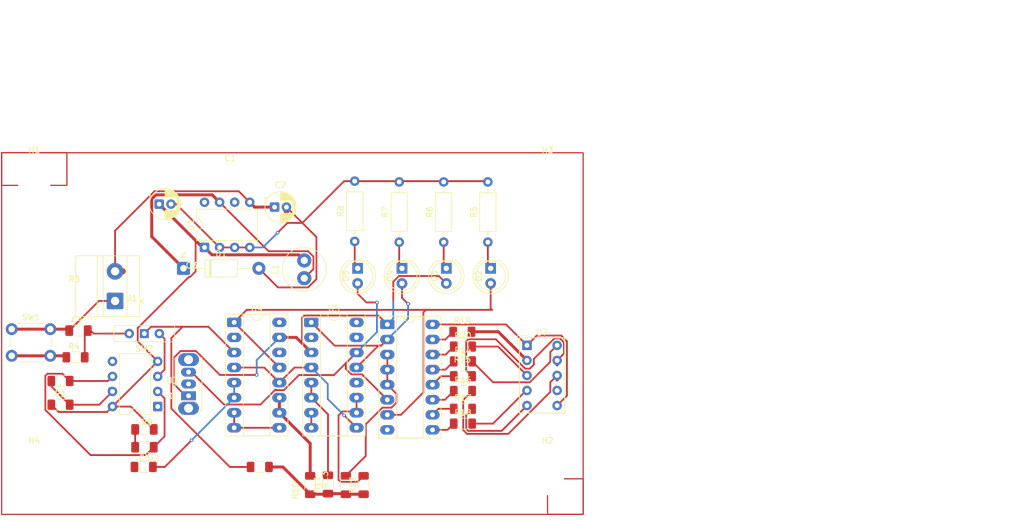
<source format=kicad_pcb>
(kicad_pcb (version 20241229) (generator "pcbnew") (generator_version "9.0")
  (layers (0 "F.Cu" signal) (2 "B.Cu" signal) (13 "F.Paste" user) (15 "B.Paste" user) (5 "F.SilkS" user "F.Silkscreen") (7 "B.SilkS" user "B.Silkscreen") (1 "F.Mask" user) (3 "B.Mask" user) (25 "Edge.Cuts" user))
  (net 0 "")
  (net 1 "GND")
  (net 2 "VDD")
  (net 3 "+5V")
  (net 4 "Net-(U2-DIS)")
  (net 5 "Net-(U2-THR)")
  (net 6 "CLOCK")
  (net 7 "Net-(R4-Pad1)")
  (net 8 "Net-(SW2-A)")
  (net 9 "Net-(D3-K)")
  (net 10 "Net-(U6-g)")
  (net 11 "Net-(U7-G)")
  (net 12 "Net-(U6-f)")
  (net 13 "Net-(U7-F)")
  (net 14 "Net-(U6-e)")
  (net 15 "Net-(U7-E)")
  (net 16 "Net-(U7-D)")
  (net 17 "Net-(U6-d)")
  (net 18 "Net-(D4-K)")
  (net 19 "Net-(U6-c)")
  (net 20 "Net-(U7-C)")
  (net 21 "Net-(U6-b)")
  (net 22 "Net-(U7-B)")
  (net 23 "Net-(U6-a)")
  (net 24 "Net-(U7-A)")
  (net 25 "Net-(U6-BI)")
  (net 26 "Net-(U5B-J)")
  (net 27 "Net-(U5A-J)")
  (net 28 "Net-(U4B-J)")
  (net 29 "Net-(U4A-J)")
  (net 30 "Net-(D5-K)")
  (net 31 "Net-(D2-K)")
  (net 32 "Net-(D1-K)")
  (net 36 "555")
  (net 37 "Q0")
  (net 38 "RESET")
  (net 41 "Q1")
  (net 42 "Q3")
  (net 43 "Q2")
  (footprint "Resistor_SMD:R_1206_3216Metric_Pad1.30x1.75mm_HandSolder" (layer "F.Cu") (at 120.5 75.5 180)
    (property "Reference" "R3")
    (property "Value" "10k")
  )
  (footprint "Capacitor_SMD:C_1206_3216Metric_Pad1.33x1.80mm_HandSolder" (layer "F.Cu") (at 89.95 52.5)
    (property "Reference" "C4")
    (property "Value" "1u")
  )
  (footprint "Resistor_SMD:R_1206_3216Metric_Pad1.30x1.75mm_HandSolder" (layer "F.Cu") (at 154.74 60.19)
    (property "Reference" "R15")
    (property "Value" "2k")
  )
  (footprint "TerminalBlock_MetzConnect:TerminalBlock_MetzConnect_Type011_RT05502HBLC_1x02_P5.00mm_Horizontal" (layer "F.Cu") (at 96.1175 47.5 90)
    (property "Reference" "J1")
    (property "Value" "Screw_Terminal_01x02")
  )
  (footprint "MountingHole:MountingHole_5.5mm" (layer "F.Cu") (at 82.5 28.5)
    (property "Reference" "H1")
    (property "Value" "MountingHole")
  )
  (footprint "MountingHole:MountingHole_5.5mm" (layer "F.Cu") (at 169 28.5)
    (property "Reference" "H3")
    (property "Value" "MountingHole")
  )
  (footprint "LED_THT:LED_D5.0mm" (layer "F.Cu") (at 137 42 -90)
    (property "Reference" "D5")
    (property "Value" "LED")
  )
  (footprint "Capacitor_THT:CP_Radial_D5.0mm_P2.00mm" (layer "F.Cu") (at 123 31.665)
    (property "Reference" "C2")
    (property "Value" "22u" (hide yes))
  )
  (footprint "Package_DIP:DIP-8_W7.62mm" (layer "F.Cu") (at 111.19 38.47 90)
    (property "Reference" "U1")
    (property "Value" "LM2574N-5")
  )
  (footprint "Resistor_SMD:R_1206_3216Metric_Pad1.30x1.75mm_HandSolder" (layer "F.Cu") (at 86.92 65)
    (property "Reference" "R1")
    (property "Value" "47k")
  )
  (footprint "Button_Switch_THT:SW_Slide-03_Wuerth-WS-SLTV_10x2.5x6.4_P2.54mm" (layer "F.Cu") (at 101.04 53 180)
    (property "Reference" "SW2")
    (property "Value" "SW_Wuerth_450301014042")
  )
  (footprint "Resistor_SMD:R_1206_3216Metric_Pad1.30x1.75mm_HandSolder" (layer "F.Cu") (at 86.92 61)
    (property "Reference" "R2" (hide yes))
    (property "Value" "47k")
  )
  (footprint "Resistor_THT:R_Axial_DIN0207_L6.3mm_D2.5mm_P10.16mm_Horizontal" (layer "F.Cu") (at 151.5 37.58 90)
    (property "Reference" "R6")
    (property "Value" "4K7")
  )
  (footprint "Diode_THT:D_DO-41_SOD81_P12.70mm_Horizontal" (layer "F.Cu") (at 107.65 42)
    (property "Reference" "D1")
    (property "Value" "11DQ06")
  )
  (footprint "LED_THT:LED_D5.0mm" (layer "F.Cu") (at 151.94 42 -90)
    (property "Reference" "D3")
    (property "Value" "LED")
  )
  (footprint "Resistor_SMD:R_1206_3216Metric_Pad1.30x1.75mm_HandSolder" (layer "F.Cu") (at 154.74 55.19)
    (property "Reference" "R20")
    (property "Value" "2k")
  )
  (footprint "MountingHole:MountingHole_5.5mm" (layer "F.Cu") (at 82.5 77.5)
    (property "Reference" "H4")
    (property "Value" "MountingHole")
  )
  (footprint "Capacitor_SMD:C_1206_3216Metric_Pad1.33x1.80mm_HandSolder" (layer "F.Cu") (at 101.0625 72.17 180)
    (property "Reference" "C5")
    (property "Value" "10u")
  )
  (footprint "Resistor_SMD:R_1206_3216Metric_Pad1.30x1.75mm_HandSolder" (layer "F.Cu") (at 129 78.55 90)
    (property "Reference" "R10")
    (property "Value" "10k")
  )
  (footprint "Resistor_THT:R_Axial_DIN0207_L6.3mm_D2.5mm_P10.16mm_Horizontal" (layer "F.Cu") (at 144 37.58 90)
    (property "Reference" "R7")
    (property "Value" "4K7")
  )
  (footprint "Resistor_SMD:R_1206_3216Metric_Pad1.30x1.75mm_HandSolder" (layer "F.Cu") (at 100.9375 75.5)
    (property "Reference" "R9")
    (property "Value" "10k")
  )
  (footprint "Resistor_THT:R_Axial_DIN0207_L6.3mm_D2.5mm_P10.16mm_Horizontal" (layer "F.Cu") (at 136.5 37.45 90)
    (property "Reference" "R8")
    (property "Value" "4K7")
  )
  (footprint "Button_Switch_THT:SW_PUSH_6mm_H4.3mm" (layer "F.Cu") (at 78.7 52.25)
    (property "Reference" "SW1")
    (property "Value" "SW_Push")
  )
  (footprint "Resistor_SMD:R_1206_3216Metric_Pad1.30x1.75mm_HandSolder" (layer "F.Cu") (at 154.64 52.69)
    (property "Reference" "R19")
    (property "Value" "2k")
  )
  (footprint "Button_Switch_THT:SW_Slide_SPDT_Straight_CK_OS102011MS2Q" (layer "F.Cu") (at 108.5 63.5 90)
    (property "Reference" "U3")
    (property "Value" "SN74LVC1G11")
  )
  (footprint "Display_7Segment:HDSP-7401" (layer "F.Cu") (at 165.5325 54.9825)
    (property "Reference" "U7")
    (property "Value" "FYS-3911BUHR-21" (hide yes))
  )
  (footprint "Package_DIP:DIP-16_W7.62mm_Socket_LongPads" (layer "F.Cu") (at 116.19 51.11)
    (property "Reference" "U4")
    (property "Value" "4027" (hide yes))
  )
  (footprint "Resistor_SMD:R_1206_3216Metric_Pad1.30x1.75mm_HandSolder" (layer "F.Cu") (at 154.74 62.69)
    (property "Reference" "R16")
    (property "Value" "2k")
  )
  (footprint "Resistor_SMD:R_1206_3216Metric_Pad1.30x1.75mm_HandSolder" (layer "F.Cu") (at 154.74 65.69)
    (property "Reference" "R17")
    (property "Value" "2k")
  )
  (footprint "Capacitor_THT:CP_Radial_D5.0mm_P2.00mm" (layer "F.Cu") (at 103.544888 31.165)
    (property "Reference" "C1")
    (property "Value" "220u")
  )
  (footprint "Package_DIP:DIP-8_W7.62mm" (layer "F.Cu") (at 103.305 65.31 180)
    (property "Reference" "U2")
    (property "Value" "NE555P")
  )
  (footprint "Resistor_SMD:R_1206_3216Metric_Pad1.30x1.75mm_HandSolder" (layer "F.Cu") (at 135 78.55 90)
    (property "Reference" "R13")
    (property "Value" "R")
  )
  (footprint "Capacitor_SMD:C_1206_3216Metric_Pad1.33x1.80mm_HandSolder" (layer "F.Cu") (at 101.0625 69.17 180)
    (property "Reference" "C3")
    (property "Value" "100n")
  )
  (footprint "LED_THT:LED_D5.0mm" (layer "F.Cu") (at 144.47 42 -90)
    (property "Reference" "D4")
    (property "Value" "LED")
  )
  (footprint "Resistor_SMD:R_1206_3216Metric_Pad1.30x1.75mm_HandSolder" (layer "F.Cu") (at 138 78.55 90)
    (property "Reference" "R12")
    (property "Value" "10k")
  )
  (footprint "Inductor_THT:L_Radial_D7.2mm_P3.00mm_Murata_1700" (layer "F.Cu") (at 128 43.665 90)
    (property "Reference" "L1")
    (property "Value" "330u")
  )
  (footprint "Resistor_SMD:R_1206_3216Metric_Pad1.30x1.75mm_HandSolder" (layer "F.Cu") (at 154.74 68.19)
    (property "Reference" "R18")
    (property "Value" "2k")
  )
  (footprint "Resistor_SMD:R_1206_3216Metric_Pad1.30x1.75mm_HandSolder" (layer "F.Cu") (at 154.74 57.69)
    (property "Reference" "R14")
    (property "Value" "2k")
  )
  (footprint "Resistor_SMD:R_1206_3216Metric_Pad1.30x1.75mm_HandSolder" (layer "F.Cu") (at 89.45 57)
    (property "Reference" "R4")
    (property "Value" "2k")
  )
  (footprint "LED_THT:LED_D5.0mm" (layer "F.Cu") (at 159.41 42 -90)
    (property "Reference" "D2")
    (property "Value" "LED")
  )
  (footprint "Package_DIP:DIP-16_W7.62mm_Socket_LongPads" (layer "F.Cu") (at 142 51.46)
    (property "Reference" "U6" (hide yes))
    (property "Value" "74LS47")
  )
  (footprint "Package_DIP:DIP-16_W7.62mm_Socket_LongPads" (layer "F.Cu") (at 129.19 51.11)
    (property "Reference" "U5")
    (property "Value" "4027")
  )
  (footprint "Resistor_THT:R_Axial_DIN0207_L6.3mm_D2.5mm_P10.16mm_Horizontal" (layer "F.Cu") (at 158.94 37.58 90)
    (property "Reference" "R5")
    (property "Value" "4K7")
  )
  (footprint "Resistor_SMD:R_1206_3216Metric_Pad1.30x1.75mm_HandSolder" (layer "F.Cu") (at 132 78.45 90)
    (property "Reference" "R11")
    (property "Value" "10k")
  )
  (footprint "MountingHole:MountingHole_5.5mm" (layer "F.Cu") (at 169 77.5)
    (property "Reference" "H2")
    (property "Value" "MountingHole")
  )
  (gr_rect (start 77 22.5) (end 88 28) (stroke (width 0.2)) (fill no) (layer "F.Cu"))
  (gr_rect (start 169 77.5) (end 175 83.5) (stroke (width 0.2)) (fill no) (layer "F.Cu"))
  (gr_rect (start 77 22.5) (end 175 83.5) (stroke (width 0.2)) (fill no) (layer "F.Cu"))
  (segment (start 127.6675 34.3325) (end 125.1675 34.3325) (width 0.3) (layer "F.Cu") (net 1))
  (segment (start 88.1375 52.25) (end 88.3875 52.5) (width 0.5) (layer "F.Cu") (net 1))
  (segment (start 136.5 27.29) (end 134.71 27.29) (width 0.3) (layer "F.Cu") (net 1))
  (segment (start 130.052 36.717) (end 127.6675 34.3325) (width 0.3) (layer "F.Cu") (net 1))
  (segment (start 113.73 38.47) (end 106.425 31.165) (width 0.3) (layer "F.Cu") (net 1))
  (segment (start 116.19 66.35) (end 116.19 68.89) (width 0.3) (layer "F.Cu") (net 1))
  (segment (start 134.71 27.29) (end 127.6675 34.3325) (width 0.3) (layer "F.Cu") (net 1))
  (segment (start 128.642446 45.216) (end 130.052 43.806446) (width 0.3) (layer "F.Cu") (net 1))
  (segment (start 85.45 52.5) (end 85.2 52.25) (width 1) (layer "F.Cu") (net 1))
  (segment (start 125 31.665) (end 125 32.28) (width 1) (layer "F.Cu") (net 1))
  (segment (start 125.1675 34.3325) (end 123.5 36) (width 0.3) (layer "F.Cu") (net 1))
  (segment (start 123.566 45.216) (end 128.642446 45.216) (width 0.3) (layer "F.Cu") (net 1))
  (segment (start 106.425 31.165) (end 105.544888 31.165) (width 0.3) (layer "F.Cu") (net 1))
  (segment (start 120.35 42) (end 123.566 45.216) (width 0.3) (layer "F.Cu") (net 1))
  (segment (start 99.5 72.17) (end 99.5 69.17) (width 0.3) (layer "F.Cu") (net 1))
  (segment (start 118.81 38.47) (end 113.73 38.47) (width 0.3) (layer "F.Cu") (net 1))
  (segment (start 129.19 66.35) (end 129.19 68.89) (width 0.3) (layer "F.Cu") (net 1))
  (segment (start 85.2 52.25) (end 78.7 52.25) (width 0.5) (layer "F.Cu") (net 1))
  (segment (start 85.2 52.25) (end 88.1375 52.25) (width 0.5) (layer "F.Cu") (net 1))
  (segment (start 88.3875 52.5) (end 93.3875 47.5) (width 0.3) (layer "F.Cu") (net 1))
  (segment (start 127.6675 34.3325) (end 125 31.665) (width 0.3) (layer "F.Cu") (net 1))
  (segment (start 158.81 27.29) (end 158.94 27.42) (width 0.3) (layer "F.Cu") (net 1))
  (segment (start 93.3875 47.5) (end 96.1175 47.5) (width 0.3) (layer "F.Cu") (net 1))
  (segment (start 123.81 68.89) (end 116.19 68.89) (width 0.3) (layer "F.Cu") (net 1))
  (segment (start 130.052 43.806446) (end 130.052 36.717) (width 0.3) (layer "F.Cu") (net 1))
  (segment (start 136.5 27.29) (end 158.81 27.29) (width 0.3) (layer "F.Cu") (net 1))
  (via (at 123.5 36) (size 0.6) (drill 0.3) (layers "F.Cu" "B.Cu") (net 1))
  (segment (start 123.5 36) (end 121.03 38.47) (width 0.3) (layer "B.Cu") (net 1))
  (segment (start 121.03 38.47) (end 118.81 38.47) (width 0.3) (layer "B.Cu") (net 1))
  (segment (start 123 31.665) (end 119.625 31.665) (width 0.5) (layer "F.Cu") (net 2))
  (segment (start 119.625 31.665) (end 118.81 30.85) (width 0.5) (layer "F.Cu") (net 2))
  (segment (start 96.1175 42.5) (end 97.417265 42.5) (width 1) (layer "F.Cu") (net 2))
  (segment (start 116.958 28.998) (end 102.763654 28.998) (width 0.3) (layer "F.Cu") (net 2))
  (segment (start 118.81 30.85) (end 116.958 28.998) (width 0.3) (layer "F.Cu") (net 2))
  (segment (start 96.1175 35.644154) (end 96.1175 42.5) (width 0.3) (layer "F.Cu") (net 2))
  (segment (start 102.763654 28.998) (end 96.1175 35.644154) (width 0.3) (layer "F.Cu") (net 2))
  (segment (start 112.441 39.721) (end 111.19 38.47) (width 0.5) (layer "F.Cu") (net 3))
  (segment (start 124.4 75.5) (end 129 80.1) (width 0.5) (layer "F.Cu") (net 3))
  (segment (start 138 80.1) (end 135 80.1) (width 0.5) (layer "F.Cu") (net 3))
  (segment (start 162.01 51.46) (end 149.62 51.46) (width 0.3) (layer "F.Cu") (net 3))
  (segment (start 132 80) (end 134.9 80) (width 0.5) (layer "F.Cu") (net 3))
  (segment (start 108.549 43.451) (end 108.75587 43.451) (width 0.3) (layer "F.Cu") (net 3))
  (segment (start 99.939 54.324) (end 99.939 52.061) (width 0.3) (layer "F.Cu") (net 3))
  (segment (start 122.05 75.5) (end 124.4 75.5) (width 0.5) (layer "F.Cu") (net 3))
  (segment (start 127.056 39.721) (end 112.441 39.721) (width 0.5) (layer "F.Cu") (net 3))
  (segment (start 165.5325 54.9825) (end 162.01 51.46) (width 0.3) (layer "F.Cu") (net 3))
  (segment (start 85.37 65) (end 86.596 66.226) (width 0.3) (layer "F.Cu") (net 3))
  (segment (start 129 80.1) (end 131.9 80.1) (width 0.5) (layer "F.Cu") (net 3))
  (segment (start 86.596 66.226) (end 94.769 66.226) (width 0.3) (layer "F.Cu") (net 3))
  (segment (start 108.75587 43.451) (end 109.689944 42.516926) (width 0.3) (layer "F.Cu") (net 3))
  (segment (start 134.9 80) (end 135 80.1) (width 0.5) (layer "F.Cu") (net 3))
  (segment (start 103.305 57.69) (end 95.685 65.31) (width 0.3) (layer "F.Cu") (net 3))
  (segment (start 102.625 69.17) (end 98.765 65.31) (width 0.3) (layer "F.Cu") (net 3))
  (segment (start 167.1845 53.3305) (end 165.5325 54.9825) (width 0.3) (layer "F.Cu") (net 3))
  (segment (start 99.939 52.061) (end 108.549 43.451) (width 0.3) (layer "F.Cu") (net 3))
  (segment (start 131.9 80.1) (end 132 80) (width 0.5) (layer "F.Cu") (net 3))
  (segment (start 171.29678 53.3305) (end 167.1845 53.3305) (width 0.3) (layer "F.Cu") (net 3))
  (segment (start 128 40.665) (end 127.056 39.721) (width 0.5) (layer "F.Cu") (net 3))
  (segment (start 172.2645 63.4905) (end 172.2645 54.298219) (width 0.3) (layer "F.Cu") (net 3))
  (segment (start 111.19 38.47) (end 110.849888 38.47) (width 0.5) (layer "F.Cu") (net 3))
  (segment (start 109.689944 42.516926) (end 109.689944 37.310056) (width 0.3) (layer "F.Cu") (net 3))
  (segment (start 172.2645 54.298219) (end 171.29678 53.3305) (width 0.3) (layer "F.Cu") (net 3))
  (segment (start 109.689944 37.310056) (end 103.544888 31.165) (width 0.5) (layer "F.Cu") (net 3))
  (segment (start 98.765 65.31) (end 95.685 65.31) (width 0.3) (layer "F.Cu") (net 3))
  (segment (start 94.769 66.226) (end 95.685 65.31) (width 0.3) (layer "F.Cu") (net 3))
  (segment (start 110.849888 38.47) (end 109.689944 37.310056) (width 0.5) (layer "F.Cu") (net 3))
  (segment (start 170.6125 65.1425) (end 172.2645 63.4905) (width 0.3) (layer "F.Cu") (net 3))
  (segment (start 103.305 57.69) (end 99.939 54.324) (width 0.3) (layer "F.Cu") (net 3))
  (segment (start 85.37 61) (end 85.37 61.9) (width 0.3) (layer "F.Cu") (net 4))
  (segment (start 85.37 61.9) (end 88.47 65) (width 0.3) (layer "F.Cu") (net 4))
  (segment (start 95.415 62.5) (end 95.685 62.77) (width 1) (layer "F.Cu") (net 4))
  (segment (start 93.455 65) (end 95.685 62.77) (width 0.3) (layer "F.Cu") (net 4))
  (segment (start 88.47 65) (end 93.455 65) (width 0.3) (layer "F.Cu") (net 4))
  (segment (start 84.369 65.88087) (end 84.369 60.11913) (width 0.3) (layer "F.Cu") (net 5))
  (segment (start 104.456 63.921) (end 103.305 62.77) (width 0.3) (layer "F.Cu") (net 5))
  (segment (start 84.71413 59.774) (end 87.244 59.774) (width 0.3) (layer "F.Cu") (net 5))
  (segment (start 91.98813 73.5) (end 84.369 65.88087) (width 0.3) (layer "F.Cu") (net 5))
  (segment (start 87.244 59.774) (end 88.47 61) (width 0.3) (layer "F.Cu") (net 5))
  (segment (start 101.295 73.5) (end 91.98813 73.5) (width 0.3) (layer "F.Cu") (net 5))
  (segment (start 84.369 60.11913) (end 84.71413 59.774) (width 0.3) (layer "F.Cu") (net 5))
  (segment (start 102.625 72.17) (end 101.295 73.5) (width 0.3) (layer "F.Cu") (net 5))
  (segment (start 102.625 72.17) (end 104.456 70.339) (width 0.3) (layer "F.Cu") (net 5))
  (segment (start 88.47 61) (end 94.915 61) (width 0.3) (layer "F.Cu") (net 5))
  (segment (start 94.915 61) (end 95.685 60.23) (width 0.3) (layer "F.Cu") (net 5))
  (segment (start 104.456 70.339) (end 104.456 63.921) (width 0.3) (layer "F.Cu") (net 5))
  (segment (start 105.6 53.749) (end 107.5 51.849) (width 0.3) (layer "F.Cu") (net 6))
  (segment (start 105.6 65.64813) (end 105.6 53.749) (width 0.3) (layer "F.Cu") (net 6))
  (segment (start 107.5 51.849) (end 111.849 51.849) (width 0.3) (layer "F.Cu") (net 6))
  (segment (start 115.45187 75.5) (end 105.6 65.64813) (width 0.3) (layer "F.Cu") (net 6))
  (segment (start 111.849 51.849) (end 116.19 56.19) (width 0.3) (layer "F.Cu") (net 6))
  (segment (start 102.191 51.849) (end 107.5 51.849) (width 0.3) (layer "F.Cu") (net 6))
  (segment (start 118.95 75.5) (end 115.45187 75.5) (width 0.3) (layer "F.Cu") (net 6))
  (segment (start 101.04 53) (end 102.191 51.849) (width 0.3) (layer "F.Cu") (net 6))
  (segment (start 85.45 57) (end 85.2 56.75) (width 1) (layer "F.Cu") (net 7))
  (segment (start 78.7 56.75) (end 85.2 56.75) (width 0.5) (layer "F.Cu") (net 7))
  (segment (start 85.2 56.75) (end 87.65 56.75) (width 0.5) (layer "F.Cu") (net 7))
  (segment (start 87.65 56.75) (end 87.9 57) (width 0.5) (layer "F.Cu") (net 7))
  (segment (start 91 57) (end 91 53.0125) (width 0.3) (layer "F.Cu") (net 8))
  (segment (start 91.5125 52.5) (end 92 52.5) (width 0.3) (layer "F.Cu") (net 8))
  (segment (start 92 52.5) (end 92.5 53) (width 0.3) (layer "F.Cu") (net 8))
  (segment (start 91 53.0125) (end 91.5125 52.5) (width 0.3) (layer "F.Cu") (net 8))
  (segment (start 92.5 53) (end 98.5 53) (width 0.3) (layer "F.Cu") (net 8))
  (segment (start 151.97 41.97) (end 151.94 42) (width 1) (layer "F.Cu") (net 9))
  (segment (start 151.5 41.56) (end 151.94 42) (width 0.3) (layer "F.Cu") (net 9))
  (segment (start 151.5 37.58) (end 151.5 41.56) (width 0.3) (layer "F.Cu") (net 9))
  (segment (start 149.62 56.54) (end 151.84 56.54) (width 0.3) (layer "F.Cu") (net 10))
  (segment (start 151.84 56.54) (end 153.19 55.19) (width 0.3) (layer "F.Cu") (net 10))
  (segment (start 156.29 55.19) (end 160.66 55.19) (width 0.3) (layer "F.Cu") (net 11))
  (segment (start 160.66 55.19) (end 165.5325 60.0625) (width 0.3) (layer "F.Cu") (net 11))
  (segment (start 149.62 54) (end 151.78 54) (width 0.3) (layer "F.Cu") (net 12))
  (segment (start 151.78 54) (end 153.09 52.69) (width 0.3) (layer "F.Cu") (net 12))
  (segment (start 160.7 52.69) (end 165.5325 57.5225) (width 0.5) (layer "F.Cu") (net 13))
  (segment (start 156.19 52.69) (end 160.7 52.69) (width 0.5) (layer "F.Cu") (net 13))
  (segment (start 149.62 69.24) (end 152.14 69.24) (width 0.3) (layer "F.Cu") (net 14))
  (segment (start 152.14 69.24) (end 153.19 68.19) (width 0.3) (layer "F.Cu") (net 14))
  (segment (start 165.3975 62.6025) (end 159.81 68.19) (width 0.3) (layer "F.Cu") (net 15))
  (segment (start 165.5325 62.6025) (end 165.3975 62.6025) (width 0.3) (layer "F.Cu") (net 15))
  (segment (start 159.81 68.19) (end 156.29 68.19) (width 0.3) (layer "F.Cu") (net 15))
  (segment (start 155.289 69.07087) (end 155.63413 69.416) (width 0.3) (layer "F.Cu") (net 16))
  (segment (start 155.63413 69.416) (end 161.259 69.416) (width 0.3) (layer "F.Cu") (net 16))
  (segment (start 155.289 66.691) (end 155.289 69.07087) (width 0.3) (layer "F.Cu") (net 16))
  (segment (start 156.29 65.69) (end 155.289 66.691) (width 0.3) (layer "F.Cu") (net 16))
  (segment (start 161.259 69.416) (end 165.5325 65.1425) (width 0.3) (layer "F.Cu") (net 16))
  (segment (start 153.19 65.69) (end 150.63 65.69) (width 0.3) (layer "F.Cu") (net 17))
  (segment (start 150.63 65.69) (end 149.62 66.7) (width 0.3) (layer "F.Cu") (net 17))
  (segment (start 144 41.53) (end 144.47 42) (width 0.3) (layer "F.Cu") (net 18))
  (segment (start 144 37.58) (end 144 41.53) (width 0.3) (layer "F.Cu") (net 18))
  (segment (start 151.72 64.16) (end 153.19 62.69) (width 0.3) (layer "F.Cu") (net 19))
  (segment (start 149.62 64.16) (end 151.72 64.16) (width 0.3) (layer "F.Cu") (net 19))
  (segment (start 154.788 64.192) (end 154.788 69.278391) (width 0.3) (layer "F.Cu") (net 20))
  (segment (start 156.29 62.69) (end 154.788 64.192) (width 0.3) (layer "F.Cu") (net 20))
  (segment (start 169.4615 62.84126) (end 169.4615 61.2135) (width 0.3) (layer "F.Cu") (net 20))
  (segment (start 155.42661 69.917) (end 162.38576 69.917) (width 0.3) (layer "F.Cu") (net 20))
  (segment (start 170.6125 60.833318) (end 170.6125 60.0625) (width 0.5) (layer "F.Cu") (net 20))
  (segment (start 162.38576 69.917) (end 169.4615 62.84126) (width 0.3) (layer "F.Cu") (net 20))
  (segment (start 154.788 69.278391) (end 155.42661 69.917) (width 0.3) (layer "F.Cu") (net 20))
  (segment (start 169.4615 61.2135) (end 170.6125 60.0625) (width 0.3) (layer "F.Cu") (net 20))
  (segment (start 153.19 60.19) (end 151.05 60.19) (width 0.3) (layer "F.Cu") (net 21))
  (segment (start 151.05 60.19) (end 149.62 61.62) (width 0.3) (layer "F.Cu") (net 21))
  (segment (start 170.6125 57.5225) (end 171.7635 56.3715) (width 0.3) (layer "F.Cu") (net 22))
  (segment (start 166.6835 58.23726) (end 166.00926 58.9115) (width 0.3) (layer "F.Cu") (net 22))
  (segment (start 166.6835 57.28374) (end 166.6835 58.23726) (width 0.3) (layer "F.Cu") (net 22))
  (segment (start 160.283942 53.964) (end 155.63413 53.964) (width 0.3) (layer "F.Cu") (net 22))
  (segment (start 170.13574 53.8315) (end 166.6835 57.28374) (width 0.3) (layer "F.Cu") (net 22))
  (segment (start 171.7635 54.50574) (end 171.08926 53.8315) (width 0.3) (layer "F.Cu") (net 22))
  (segment (start 166.00926 58.9115) (end 165.231442 58.9115) (width 0.3) (layer "F.Cu") (net 22))
  (segment (start 155.289 54.30913) (end 155.289 59.189) (width 0.3) (layer "F.Cu") (net 22))
  (segment (start 163.659971 57.340029) (end 160.283942 53.964) (width 0.3) (layer "F.Cu") (net 22))
  (segment (start 165.231442 58.9115) (end 163.659971 57.340029) (width 0.3) (layer "F.Cu") (net 22))
  (segment (start 171.08926 53.8315) (end 170.13574 53.8315) (width 0.3) (layer "F.Cu") (net 22))
  (segment (start 155.63413 53.964) (end 155.289 54.30913) (width 0.3) (layer "F.Cu") (net 22))
  (segment (start 155.289 59.189) (end 156.29 60.19) (width 0.3) (layer "F.Cu") (net 22))
  (segment (start 171.7635 56.3715) (end 171.7635 54.50574) (width 0.3) (layer "F.Cu") (net 22))
  (segment (start 170.6125 58.293318) (end 170.6125 57.5225) (width 0.5) (layer "F.Cu") (net 22))
  (segment (start 151.8 59.08) (end 153.19 57.69) (width 0.3) (layer "F.Cu") (net 23))
  (segment (start 149.62 59.08) (end 151.8 59.08) (width 0.3) (layer "F.Cu") (net 23))
  (segment (start 170.6125 55.27441) (end 170.6125 54.9825) (width 0.5) (layer "F.Cu") (net 24))
  (segment (start 166.00926 61.2135) (end 169.4615 57.76126) (width 0.3) (layer "F.Cu") (net 24))
  (segment (start 159.8135 61.2135) (end 166.00926 61.2135) (width 0.3) (layer "F.Cu") (net 24))
  (segment (start 156.29 57.69) (end 159.8135 61.2135) (width 0.3) (layer "F.Cu") (net 24))
  (segment (start 169.4615 56.1335) (end 170.6125 54.9825) (width 0.3) (layer "F.Cu") (net 24))
  (segment (start 169.4615 57.76126) (end 169.4615 56.1335) (width 0.3) (layer "F.Cu") (net 24))
  (segment (start 142 61.62) (end 143.551 63.171) (width 0.3) (layer "F.Cu") (net 25))
  (segment (start 138.361 73.639) (end 135 77) (width 0.3) (layer "F.Cu") (net 25))
  (segment (start 142.68776 65.5) (end 141.17224 65.5) (width 0.3) (layer "F.Cu") (net 25))
  (segment (start 142 56.54) (end 142 61.62) (width 0.3) (layer "F.Cu") (net 25))
  (segment (start 143.551 64.63676) (end 142.68776 65.5) (width 0.3) (layer "F.Cu") (net 25))
  (segment (start 141.17224 65.5) (end 138.361 68.31124) (width 0.3) (layer "F.Cu") (net 25))
  (segment (start 138.361 68.31124) (end 138.361 73.639) (width 0.3) (layer "F.Cu") (net 25))
  (segment (start 143.551 63.171) (end 143.551 64.63676) (width 0.3) (layer "F.Cu") (net 25))
  (segment (start 133.774 66.805346) (end 134.440346 66.139) (width 0.3) (layer "F.Cu") (net 26))
  (segment (start 134.11913 78.001) (end 133.774 77.65587) (width 0.3) (layer "F.Cu") (net 26))
  (segment (start 136.999 78.001) (end 134.11913 78.001) (width 0.3) (layer "F.Cu") (net 26))
  (segment (start 133.774 77.65587) (end 133.774 66.805346) (width 0.3) (layer "F.Cu") (net 26))
  (segment (start 136.81 63.81) (end 136.81 66.35) (width 0.3) (layer "F.Cu") (net 26))
  (segment (start 134.440346 66.139) (end 136.599 66.139) (width 0.3) (layer "F.Cu") (net 26))
  (segment (start 138 77) (end 136.999 78.001) (width 0.3) (layer "F.Cu") (net 26))
  (segment (start 136.599 66.139) (end 136.81 66.35) (width 0.3) (layer "F.Cu") (net 26))
  (segment (start 132 66.62) (end 132 76.9) (width 0.3) (layer "F.Cu") (net 27))
  (segment (start 129.19 63.81) (end 132 66.62) (width 0.3) (layer "F.Cu") (net 27))
  (segment (start 129.19 61.27) (end 129.19 63.81) (width 0.3) (layer "F.Cu") (net 27))
  (segment (start 129 71.54) (end 129 77) (width 0.5) (layer "F.Cu") (net 28))
  (segment (start 123.81 66.35) (end 129 71.54) (width 0.5) (layer "F.Cu") (net 28))
  (segment (start 123.81 66.35) (end 123.81 63.81) (width 0.5) (layer "F.Cu") (net 28))
  (segment (start 104.5 75.5) (end 109 71) (width 0.3) (layer "F.Cu") (net 29))
  (segment (start 116.19 63.69) (end 116 63.5) (width 0.5) (layer "F.Cu") (net 29))
  (segment (start 102.4875 75.5) (end 104.5 75.5) (width 0.3) (layer "F.Cu") (net 29))
  (segment (start 116.19 63.81) (end 116.19 63.69) (width 0.5) (layer "F.Cu") (net 29))
  (segment (start 116 63.5) (end 116.19 63.31) (width 0.5) (layer "F.Cu") (net 29))
  (via (at 109 71) (size 0.6) (drill 0.3) (layers "F.Cu" "B.Cu") (net 29))
  (segment (start 109 71) (end 116.19 63.81) (width 0.3) (layer "B.Cu") (net 29))
  (segment (start 116.19 63.81) (end 116.19 61.27) (width 0.3) (layer "B.Cu") (net 29))
  (segment (start 136.5 41.5) (end 137 42) (width 0.3) (layer "F.Cu") (net 30))
  (segment (start 136.5 37.45) (end 136.5 41.5) (width 0.3) (layer "F.Cu") (net 30))
  (segment (start 136.97 41.97) (end 137 42) (width 1) (layer "F.Cu") (net 30))
  (segment (start 158.94 37.58) (end 158.94 41.53) (width 0.3) (layer "F.Cu") (net 31))
  (segment (start 158.94 41.53) (end 159.41 42) (width 0.3) (layer "F.Cu") (net 31))
  (segment (start 103.012596 29.599) (end 112.479 29.599) (width 0.5) (layer "F.Cu") (net 32))
  (segment (start 128.642446 39.114) (end 129.551 40.022554) (width 0.3) (layer "F.Cu") (net 32))
  (segment (start 102.293888 30.317708) (end 103.012596 29.599) (width 0.5) (layer "F.Cu") (net 32))
  (segment (start 121.994 39.114) (end 128.642446 39.114) (width 0.3) (layer "F.Cu") (net 32))
  (segment (start 112.479 29.599) (end 113.73 30.85) (width 0.5) (layer "F.Cu") (net 32))
  (segment (start 107.65 42) (end 102.293888 36.643888) (width 0.5) (layer "F.Cu") (net 32))
  (segment (start 102.293888 36.643888) (end 102.293888 30.317708) (width 0.5) (layer "F.Cu") (net 32))
  (segment (start 129.551 40.022554) (end 129.551 42.114) (width 0.3) (layer "F.Cu") (net 32))
  (segment (start 129.551 42.114) (end 128 43.665) (width 0.3) (layer "F.Cu") (net 32))
  (segment (start 113.73 30.85) (end 121.994 39.114) (width 0.3) (layer "F.Cu") (net 32))
  (segment (start 103.58 53) (end 104.456 53.876) (width 0.3) (layer "F.Cu") (net 36))
  (segment (start 104.456 59.079) (end 103.305 60.23) (width 0.3) (layer "F.Cu") (net 36))
  (segment (start 104.456 53.876) (end 104.456 59.079) (width 0.3) (layer "F.Cu") (net 36))
  (segment (start 149 49) (end 118.3 49) (width 0.3) (layer "F.Cu") (net 37))
  (segment (start 148.5 49) (end 149 49) (width 0.3) (layer "F.Cu") (net 37))
  (segment (start 148.069 62.931) (end 148.069 49.431) (width 0.3) (layer "F.Cu") (net 37))
  (segment (start 118.3 49) (end 116.19 51.11) (width 0.3) (layer "F.Cu") (net 37))
  (segment (start 148.069 49.431) (end 148.5 49) (width 0.3) (layer "F.Cu") (net 37))
  (segment (start 116.19 51.11) (end 116.207265 51.11) (width 1) (layer "F.Cu") (net 37))
  (segment (start 159.665 49) (end 159.41 48.745) (width 0.3) (layer "F.Cu") (net 37))
  (segment (start 144.3 66.7) (end 148.069 62.931) (width 0.3) (layer "F.Cu") (net 37))
  (segment (start 123.81 58.712735) (end 123.81 58.73) (width 1) (layer "F.Cu") (net 37))
  (segment (start 142 66.7) (end 144.3 66.7) (width 0.3) (layer "F.Cu") (net 37))
  (segment (start 159.41 48.745) (end 159.41 44.54) (width 0.3) (layer "F.Cu") (net 37))
  (segment (start 149 49) (end 159.665 49) (width 0.3) (layer "F.Cu") (net 37))
  (segment (start 116.19 51.11) (end 123.81 58.73) (width 0.3) (layer "F.Cu") (net 37))
  (segment (start 126.35 58.73) (end 123.81 61.27) (width 0.3) (layer "F.Cu") (net 38))
  (segment (start 134.71 66.79) (end 136.81 68.89) (width 0.3) (layer "F.Cu") (net 38))
  (segment (start 129.19 58.73) (end 126.35 58.73) (width 0.3) (layer "F.Cu") (net 38))
  (segment (start 121.27 58.73) (end 123.81 61.27) (width 0.3) (layer "F.Cu") (net 38))
  (segment (start 116.19 58.73) (end 121.27 58.73) (width 0.3) (layer "F.Cu") (net 38))
  (via (at 134.71 66.79) (size 0.6) (drill 0.3) (layers "F.Cu" "B.Cu") (net 38))
  (segment (start 134.71 66.79) (end 131.96 64.04) (width 0.3) (layer "B.Cu") (net 38))
  (segment (start 131.96 61.5) (end 129.19 58.73) (width 0.3) (layer "B.Cu") (net 38))
  (segment (start 131.96 64.04) (end 131.96 61.5) (width 0.3) (layer "B.Cu") (net 38))
  (segment (start 113.783024 59.981) (end 109.751024 55.949) (width 0.3) (layer "F.Cu") (net 41))
  (segment (start 106.101 61.601) (end 108 63.5) (width 0.3) (layer "F.Cu") (net 41))
  (segment (start 143 44.240818) (end 143 47.5) (width 0.3) (layer "F.Cu") (net 41))
  (segment (start 143.951818 43.289) (end 143 44.240818) (width 0.3) (layer "F.Cu") (net 41))
  (segment (start 119.981 59.981) (end 113.783024 59.981) (width 0.3) (layer "F.Cu") (net 41))
  (segment (start 150.689 43.289) (end 143.951818 43.289) (width 0.3) (layer "F.Cu") (net 41))
  (segment (start 140.499 49.959) (end 142 51.46) (width 0.3) (layer "F.Cu") (net 41))
  (segment (start 106.101 57) (end 106.101 61.601) (width 0.3) (layer "F.Cu") (net 41))
  (segment (start 109.250819 63.5) (end 108.5 63.5) (width 0.5) (layer "F.Cu") (net 41))
  (segment (start 126.65 53.65) (end 129.19 56.19) (width 0.5) (layer "F.Cu") (net 41))
  (segment (start 123.81 53.65) (end 126.65 53.65) (width 0.5) (layer "F.Cu") (net 41))
  (segment (start 129.19 56.19) (end 127.639 54.639) (width 0.3) (layer "F.Cu") (net 41))
  (segment (start 107.152 55.949) (end 106.101 57) (width 0.3) (layer "F.Cu") (net 41))
  (segment (start 127.639 50.30413) (end 127.98413 49.959) (width 0.3) (layer "F.Cu") (net 41))
  (segment (start 109.751024 55.949) (end 107.152 55.949) (width 0.3) (layer "F.Cu") (net 41))
  (segment (start 151.94 44.54) (end 150.689 43.289) (width 0.3) (layer "F.Cu") (net 41))
  (segment (start 127.639 54.639) (end 127.639 50.30413) (width 0.3) (layer "F.Cu") (net 41))
  (segment (start 127.98413 49.959) (end 140.499 49.959) (width 0.3) (layer "F.Cu") (net 41))
  (segment (start 108 63.5) (end 108.5 63.5) (width 0.3) (layer "F.Cu") (net 41))
  (via (at 119.981 59.981) (size 0.6) (drill 0.3) (layers "F.Cu" "B.Cu") (net 41))
  (segment (start 143 50.46) (end 142 51.46) (width 0.3) (layer "B.Cu") (net 41))
  (segment (start 119.981 57.479) (end 123.81 53.65) (width 0.3) (layer "B.Cu") (net 41))
  (segment (start 143 47.5) (end 143 50.46) (width 0.3) (layer "B.Cu") (net 41))
  (segment (start 119.981 59.981) (end 119.981 57.479) (width 0.3) (layer "B.Cu") (net 41))
  (segment (start 133 60) (end 135 58) (width 0.3) (layer "F.Cu") (net 42))
  (segment (start 124.56164 62.54612) (end 127.10776 60) (width 0.3) (layer "F.Cu") (net 42))
  (segment (start 108.5 59.5) (end 109 59.5) (width 0.3) (layer "F.Cu") (net 42))
  (segment (start 137.721 59.881) (end 135.93324 59.881) (width 0.3) (layer "F.Cu") (net 42))
  (segment (start 137 44.54) (end 137 46.285) (width 0.3) (layer "F.Cu") (net 42))
  (segment (start 123.04612 62.54612) (end 124.56164 62.54612) (width 0.3) (layer "F.Cu") (net 42))
  (segment (start 123.04612 62.54612) (end 123.17124 62.421) (width 0.3) (layer "F.Cu") (net 42))
  (segment (start 108.5 59.5) (end 109.5 59.5) (width 0.5) (layer "F.Cu") (net 42))
  (segment (start 135 58) (end 136.81 56.19) (width 0.3) (layer "F.Cu") (net 42))
  (segment (start 135.93324 59.881) (end 135 58.94776) (width 0.3) (layer "F.Cu") (net 42))
  (segment (start 120.63124 64.961) (end 123.04612 62.54612) (width 0.3) (layer "F.Cu") (net 42))
  (segment (start 114.461 64.961) (end 120.63124 64.961) (width 0.3) (layer "F.Cu") (net 42))
  (segment (start 137 46.285) (end 138.465 47.75) (width 0.3) (layer "F.Cu") (net 42))
  (segment (start 135 58.94776) (end 135 58) (width 0.3) (layer "F.Cu") (net 42))
  (segment (start 142 64.16) (end 137.721 59.881) (width 0.3) (layer "F.Cu") (net 42))
  (segment (start 109 59.5) (end 114.461 64.961) (width 0.3) (layer "F.Cu") (net 42))
  (segment (start 127.10776 60) (end 133 60) (width 0.3) (layer "F.Cu") (net 42))
  (segment (start 138.465 47.75) (end 140.25 47.75) (width 0.3) (layer "F.Cu") (net 42))
  (via (at 140.25 47.75) (size 0.6) (drill 0.3) (layers "F.Cu" "B.Cu") (net 42))
  (segment (start 140.25 52.75) (end 136.81 56.19) (width 0.3) (layer "B.Cu") (net 42))
  (segment (start 140.25 47.75) (end 140.25 52.75) (width 0.3) (layer "B.Cu") (net 42))
  (segment (start 136.81 58.73) (end 137.27 58.73) (width 1) (layer "F.Cu") (net 43))
  (segment (start 140.54 55) (end 141 55) (width 0.3) (layer "F.Cu") (net 43))
  (segment (start 141 55) (end 142 54) (width 0.3) (layer "F.Cu") (net 43))
  (segment (start 140.961 55.039) (end 141 55) (width 0.3) (layer "F.Cu") (net 43))
  (segment (start 133.119 55.039) (end 140.961 55.039) (width 0.3) (layer "F.Cu") (net 43))
  (segment (start 142.311844 54) (end 142 54) (width 1) (layer "F.Cu") (net 43))
  (segment (start 144.47 46.97) (end 145.5 48) (width 0.3) (layer "F.Cu") (net 43))
  (segment (start 144.47 44.54) (end 144.47 46.97) (width 0.3) (layer "F.Cu") (net 43))
  (segment (start 145.725 48) (end 145.5 48) (width 0.3) (layer "F.Cu") (net 43))
  (segment (start 136.81 58.73) (end 140.54 55) (width 0.3) (layer "F.Cu") (net 43))
  (segment (start 129.19 51.11) (end 133.119 55.039) (width 0.3) (layer "F.Cu") (net 43))
  (via (at 145.5 48) (size 0.6) (drill 0.3) (layers "F.Cu" "B.Cu") (net 43))
  (segment (start 145.5 50.5) (end 142 54) (width 0.3) (layer "B.Cu") (net 43))
  (segment (start 145.5 48) (end 145.5 50.5) (width 0.3) (layer "B.Cu") (net 43))
)
</source>
